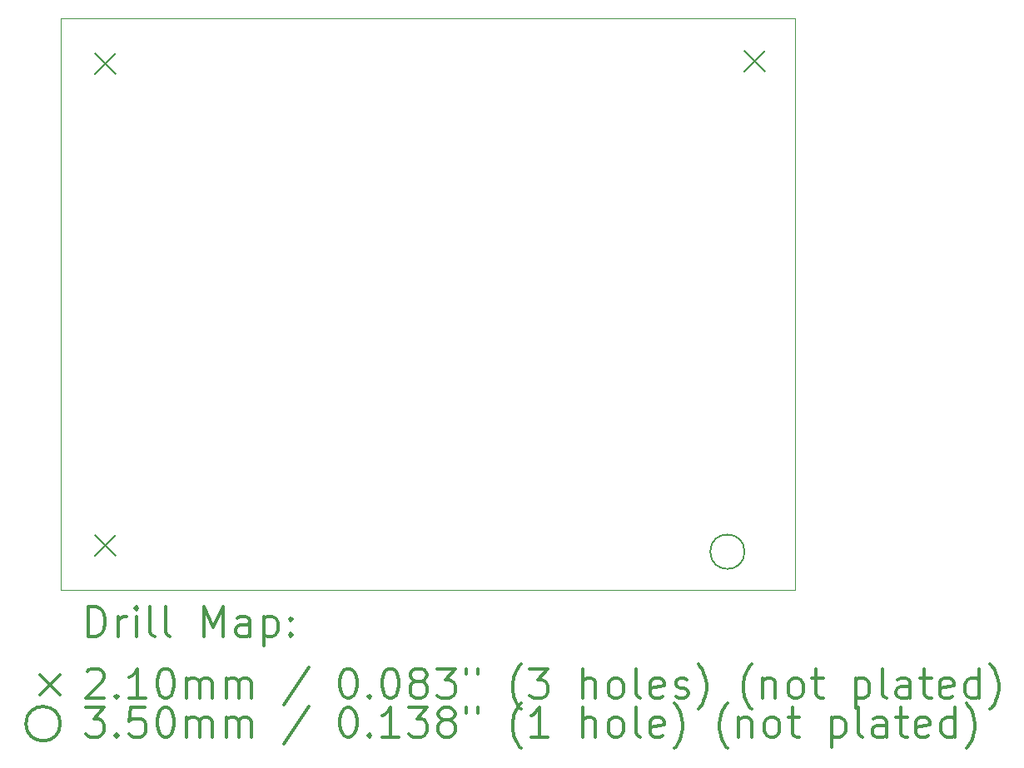
<source format=gbr>
%FSLAX45Y45*%
G04 Gerber Fmt 4.5, Leading zero omitted, Abs format (unit mm)*
G04 Created by KiCad (PCBNEW (5.1.5)-3) date 2021-02-01 00:00:24*
%MOMM*%
%LPD*%
G04 APERTURE LIST*
%TA.AperFunction,Profile*%
%ADD10C,0.050000*%
%TD*%
%ADD11C,0.200000*%
%ADD12C,0.300000*%
G04 APERTURE END LIST*
D10*
X8839200Y-5588000D02*
X8839200Y-11404600D01*
X16306800Y-5588000D02*
X8839200Y-5588000D01*
X16306800Y-11404600D02*
X16306800Y-5588000D01*
X8839200Y-11404600D02*
X16306800Y-11404600D01*
D11*
X15795400Y-5914800D02*
X16005400Y-6124800D01*
X16005400Y-5914800D02*
X15795400Y-6124800D01*
X9191400Y-10842400D02*
X9401400Y-11052400D01*
X9401400Y-10842400D02*
X9191400Y-11052400D01*
X9191400Y-5940200D02*
X9401400Y-6150200D01*
X9401400Y-5940200D02*
X9191400Y-6150200D01*
X15796000Y-11013200D02*
G75*
G03X15796000Y-11013200I-175000J0D01*
G01*
D12*
X9123128Y-11872814D02*
X9123128Y-11572814D01*
X9194557Y-11572814D01*
X9237414Y-11587100D01*
X9265986Y-11615671D01*
X9280271Y-11644243D01*
X9294557Y-11701386D01*
X9294557Y-11744243D01*
X9280271Y-11801386D01*
X9265986Y-11829957D01*
X9237414Y-11858529D01*
X9194557Y-11872814D01*
X9123128Y-11872814D01*
X9423128Y-11872814D02*
X9423128Y-11672814D01*
X9423128Y-11729957D02*
X9437414Y-11701386D01*
X9451700Y-11687100D01*
X9480271Y-11672814D01*
X9508843Y-11672814D01*
X9608843Y-11872814D02*
X9608843Y-11672814D01*
X9608843Y-11572814D02*
X9594557Y-11587100D01*
X9608843Y-11601386D01*
X9623128Y-11587100D01*
X9608843Y-11572814D01*
X9608843Y-11601386D01*
X9794557Y-11872814D02*
X9765986Y-11858529D01*
X9751700Y-11829957D01*
X9751700Y-11572814D01*
X9951700Y-11872814D02*
X9923128Y-11858529D01*
X9908843Y-11829957D01*
X9908843Y-11572814D01*
X10294557Y-11872814D02*
X10294557Y-11572814D01*
X10394557Y-11787100D01*
X10494557Y-11572814D01*
X10494557Y-11872814D01*
X10765986Y-11872814D02*
X10765986Y-11715671D01*
X10751700Y-11687100D01*
X10723128Y-11672814D01*
X10665986Y-11672814D01*
X10637414Y-11687100D01*
X10765986Y-11858529D02*
X10737414Y-11872814D01*
X10665986Y-11872814D01*
X10637414Y-11858529D01*
X10623128Y-11829957D01*
X10623128Y-11801386D01*
X10637414Y-11772814D01*
X10665986Y-11758529D01*
X10737414Y-11758529D01*
X10765986Y-11744243D01*
X10908843Y-11672814D02*
X10908843Y-11972814D01*
X10908843Y-11687100D02*
X10937414Y-11672814D01*
X10994557Y-11672814D01*
X11023128Y-11687100D01*
X11037414Y-11701386D01*
X11051700Y-11729957D01*
X11051700Y-11815671D01*
X11037414Y-11844243D01*
X11023128Y-11858529D01*
X10994557Y-11872814D01*
X10937414Y-11872814D01*
X10908843Y-11858529D01*
X11180271Y-11844243D02*
X11194557Y-11858529D01*
X11180271Y-11872814D01*
X11165986Y-11858529D01*
X11180271Y-11844243D01*
X11180271Y-11872814D01*
X11180271Y-11687100D02*
X11194557Y-11701386D01*
X11180271Y-11715671D01*
X11165986Y-11701386D01*
X11180271Y-11687100D01*
X11180271Y-11715671D01*
X8626700Y-12262100D02*
X8836700Y-12472100D01*
X8836700Y-12262100D02*
X8626700Y-12472100D01*
X9108843Y-12231386D02*
X9123128Y-12217100D01*
X9151700Y-12202814D01*
X9223128Y-12202814D01*
X9251700Y-12217100D01*
X9265986Y-12231386D01*
X9280271Y-12259957D01*
X9280271Y-12288529D01*
X9265986Y-12331386D01*
X9094557Y-12502814D01*
X9280271Y-12502814D01*
X9408843Y-12474243D02*
X9423128Y-12488529D01*
X9408843Y-12502814D01*
X9394557Y-12488529D01*
X9408843Y-12474243D01*
X9408843Y-12502814D01*
X9708843Y-12502814D02*
X9537414Y-12502814D01*
X9623128Y-12502814D02*
X9623128Y-12202814D01*
X9594557Y-12245671D01*
X9565986Y-12274243D01*
X9537414Y-12288529D01*
X9894557Y-12202814D02*
X9923128Y-12202814D01*
X9951700Y-12217100D01*
X9965986Y-12231386D01*
X9980271Y-12259957D01*
X9994557Y-12317100D01*
X9994557Y-12388529D01*
X9980271Y-12445671D01*
X9965986Y-12474243D01*
X9951700Y-12488529D01*
X9923128Y-12502814D01*
X9894557Y-12502814D01*
X9865986Y-12488529D01*
X9851700Y-12474243D01*
X9837414Y-12445671D01*
X9823128Y-12388529D01*
X9823128Y-12317100D01*
X9837414Y-12259957D01*
X9851700Y-12231386D01*
X9865986Y-12217100D01*
X9894557Y-12202814D01*
X10123128Y-12502814D02*
X10123128Y-12302814D01*
X10123128Y-12331386D02*
X10137414Y-12317100D01*
X10165986Y-12302814D01*
X10208843Y-12302814D01*
X10237414Y-12317100D01*
X10251700Y-12345671D01*
X10251700Y-12502814D01*
X10251700Y-12345671D02*
X10265986Y-12317100D01*
X10294557Y-12302814D01*
X10337414Y-12302814D01*
X10365986Y-12317100D01*
X10380271Y-12345671D01*
X10380271Y-12502814D01*
X10523128Y-12502814D02*
X10523128Y-12302814D01*
X10523128Y-12331386D02*
X10537414Y-12317100D01*
X10565986Y-12302814D01*
X10608843Y-12302814D01*
X10637414Y-12317100D01*
X10651700Y-12345671D01*
X10651700Y-12502814D01*
X10651700Y-12345671D02*
X10665986Y-12317100D01*
X10694557Y-12302814D01*
X10737414Y-12302814D01*
X10765986Y-12317100D01*
X10780271Y-12345671D01*
X10780271Y-12502814D01*
X11365986Y-12188529D02*
X11108843Y-12574243D01*
X11751700Y-12202814D02*
X11780271Y-12202814D01*
X11808843Y-12217100D01*
X11823128Y-12231386D01*
X11837414Y-12259957D01*
X11851700Y-12317100D01*
X11851700Y-12388529D01*
X11837414Y-12445671D01*
X11823128Y-12474243D01*
X11808843Y-12488529D01*
X11780271Y-12502814D01*
X11751700Y-12502814D01*
X11723128Y-12488529D01*
X11708843Y-12474243D01*
X11694557Y-12445671D01*
X11680271Y-12388529D01*
X11680271Y-12317100D01*
X11694557Y-12259957D01*
X11708843Y-12231386D01*
X11723128Y-12217100D01*
X11751700Y-12202814D01*
X11980271Y-12474243D02*
X11994557Y-12488529D01*
X11980271Y-12502814D01*
X11965986Y-12488529D01*
X11980271Y-12474243D01*
X11980271Y-12502814D01*
X12180271Y-12202814D02*
X12208843Y-12202814D01*
X12237414Y-12217100D01*
X12251700Y-12231386D01*
X12265986Y-12259957D01*
X12280271Y-12317100D01*
X12280271Y-12388529D01*
X12265986Y-12445671D01*
X12251700Y-12474243D01*
X12237414Y-12488529D01*
X12208843Y-12502814D01*
X12180271Y-12502814D01*
X12151700Y-12488529D01*
X12137414Y-12474243D01*
X12123128Y-12445671D01*
X12108843Y-12388529D01*
X12108843Y-12317100D01*
X12123128Y-12259957D01*
X12137414Y-12231386D01*
X12151700Y-12217100D01*
X12180271Y-12202814D01*
X12451700Y-12331386D02*
X12423128Y-12317100D01*
X12408843Y-12302814D01*
X12394557Y-12274243D01*
X12394557Y-12259957D01*
X12408843Y-12231386D01*
X12423128Y-12217100D01*
X12451700Y-12202814D01*
X12508843Y-12202814D01*
X12537414Y-12217100D01*
X12551700Y-12231386D01*
X12565986Y-12259957D01*
X12565986Y-12274243D01*
X12551700Y-12302814D01*
X12537414Y-12317100D01*
X12508843Y-12331386D01*
X12451700Y-12331386D01*
X12423128Y-12345671D01*
X12408843Y-12359957D01*
X12394557Y-12388529D01*
X12394557Y-12445671D01*
X12408843Y-12474243D01*
X12423128Y-12488529D01*
X12451700Y-12502814D01*
X12508843Y-12502814D01*
X12537414Y-12488529D01*
X12551700Y-12474243D01*
X12565986Y-12445671D01*
X12565986Y-12388529D01*
X12551700Y-12359957D01*
X12537414Y-12345671D01*
X12508843Y-12331386D01*
X12665986Y-12202814D02*
X12851700Y-12202814D01*
X12751700Y-12317100D01*
X12794557Y-12317100D01*
X12823128Y-12331386D01*
X12837414Y-12345671D01*
X12851700Y-12374243D01*
X12851700Y-12445671D01*
X12837414Y-12474243D01*
X12823128Y-12488529D01*
X12794557Y-12502814D01*
X12708843Y-12502814D01*
X12680271Y-12488529D01*
X12665986Y-12474243D01*
X12965986Y-12202814D02*
X12965986Y-12259957D01*
X13080271Y-12202814D02*
X13080271Y-12259957D01*
X13523128Y-12617100D02*
X13508843Y-12602814D01*
X13480271Y-12559957D01*
X13465986Y-12531386D01*
X13451700Y-12488529D01*
X13437414Y-12417100D01*
X13437414Y-12359957D01*
X13451700Y-12288529D01*
X13465986Y-12245671D01*
X13480271Y-12217100D01*
X13508843Y-12174243D01*
X13523128Y-12159957D01*
X13608843Y-12202814D02*
X13794557Y-12202814D01*
X13694557Y-12317100D01*
X13737414Y-12317100D01*
X13765986Y-12331386D01*
X13780271Y-12345671D01*
X13794557Y-12374243D01*
X13794557Y-12445671D01*
X13780271Y-12474243D01*
X13765986Y-12488529D01*
X13737414Y-12502814D01*
X13651700Y-12502814D01*
X13623128Y-12488529D01*
X13608843Y-12474243D01*
X14151700Y-12502814D02*
X14151700Y-12202814D01*
X14280271Y-12502814D02*
X14280271Y-12345671D01*
X14265986Y-12317100D01*
X14237414Y-12302814D01*
X14194557Y-12302814D01*
X14165986Y-12317100D01*
X14151700Y-12331386D01*
X14465986Y-12502814D02*
X14437414Y-12488529D01*
X14423128Y-12474243D01*
X14408843Y-12445671D01*
X14408843Y-12359957D01*
X14423128Y-12331386D01*
X14437414Y-12317100D01*
X14465986Y-12302814D01*
X14508843Y-12302814D01*
X14537414Y-12317100D01*
X14551700Y-12331386D01*
X14565986Y-12359957D01*
X14565986Y-12445671D01*
X14551700Y-12474243D01*
X14537414Y-12488529D01*
X14508843Y-12502814D01*
X14465986Y-12502814D01*
X14737414Y-12502814D02*
X14708843Y-12488529D01*
X14694557Y-12459957D01*
X14694557Y-12202814D01*
X14965986Y-12488529D02*
X14937414Y-12502814D01*
X14880271Y-12502814D01*
X14851700Y-12488529D01*
X14837414Y-12459957D01*
X14837414Y-12345671D01*
X14851700Y-12317100D01*
X14880271Y-12302814D01*
X14937414Y-12302814D01*
X14965986Y-12317100D01*
X14980271Y-12345671D01*
X14980271Y-12374243D01*
X14837414Y-12402814D01*
X15094557Y-12488529D02*
X15123128Y-12502814D01*
X15180271Y-12502814D01*
X15208843Y-12488529D01*
X15223128Y-12459957D01*
X15223128Y-12445671D01*
X15208843Y-12417100D01*
X15180271Y-12402814D01*
X15137414Y-12402814D01*
X15108843Y-12388529D01*
X15094557Y-12359957D01*
X15094557Y-12345671D01*
X15108843Y-12317100D01*
X15137414Y-12302814D01*
X15180271Y-12302814D01*
X15208843Y-12317100D01*
X15323128Y-12617100D02*
X15337414Y-12602814D01*
X15365986Y-12559957D01*
X15380271Y-12531386D01*
X15394557Y-12488529D01*
X15408843Y-12417100D01*
X15408843Y-12359957D01*
X15394557Y-12288529D01*
X15380271Y-12245671D01*
X15365986Y-12217100D01*
X15337414Y-12174243D01*
X15323128Y-12159957D01*
X15865986Y-12617100D02*
X15851700Y-12602814D01*
X15823128Y-12559957D01*
X15808843Y-12531386D01*
X15794557Y-12488529D01*
X15780271Y-12417100D01*
X15780271Y-12359957D01*
X15794557Y-12288529D01*
X15808843Y-12245671D01*
X15823128Y-12217100D01*
X15851700Y-12174243D01*
X15865986Y-12159957D01*
X15980271Y-12302814D02*
X15980271Y-12502814D01*
X15980271Y-12331386D02*
X15994557Y-12317100D01*
X16023128Y-12302814D01*
X16065986Y-12302814D01*
X16094557Y-12317100D01*
X16108843Y-12345671D01*
X16108843Y-12502814D01*
X16294557Y-12502814D02*
X16265986Y-12488529D01*
X16251700Y-12474243D01*
X16237414Y-12445671D01*
X16237414Y-12359957D01*
X16251700Y-12331386D01*
X16265986Y-12317100D01*
X16294557Y-12302814D01*
X16337414Y-12302814D01*
X16365986Y-12317100D01*
X16380271Y-12331386D01*
X16394557Y-12359957D01*
X16394557Y-12445671D01*
X16380271Y-12474243D01*
X16365986Y-12488529D01*
X16337414Y-12502814D01*
X16294557Y-12502814D01*
X16480271Y-12302814D02*
X16594557Y-12302814D01*
X16523128Y-12202814D02*
X16523128Y-12459957D01*
X16537414Y-12488529D01*
X16565986Y-12502814D01*
X16594557Y-12502814D01*
X16923128Y-12302814D02*
X16923128Y-12602814D01*
X16923128Y-12317100D02*
X16951700Y-12302814D01*
X17008843Y-12302814D01*
X17037414Y-12317100D01*
X17051700Y-12331386D01*
X17065986Y-12359957D01*
X17065986Y-12445671D01*
X17051700Y-12474243D01*
X17037414Y-12488529D01*
X17008843Y-12502814D01*
X16951700Y-12502814D01*
X16923128Y-12488529D01*
X17237414Y-12502814D02*
X17208843Y-12488529D01*
X17194557Y-12459957D01*
X17194557Y-12202814D01*
X17480271Y-12502814D02*
X17480271Y-12345671D01*
X17465986Y-12317100D01*
X17437414Y-12302814D01*
X17380271Y-12302814D01*
X17351700Y-12317100D01*
X17480271Y-12488529D02*
X17451700Y-12502814D01*
X17380271Y-12502814D01*
X17351700Y-12488529D01*
X17337414Y-12459957D01*
X17337414Y-12431386D01*
X17351700Y-12402814D01*
X17380271Y-12388529D01*
X17451700Y-12388529D01*
X17480271Y-12374243D01*
X17580271Y-12302814D02*
X17694557Y-12302814D01*
X17623128Y-12202814D02*
X17623128Y-12459957D01*
X17637414Y-12488529D01*
X17665986Y-12502814D01*
X17694557Y-12502814D01*
X17908843Y-12488529D02*
X17880271Y-12502814D01*
X17823128Y-12502814D01*
X17794557Y-12488529D01*
X17780271Y-12459957D01*
X17780271Y-12345671D01*
X17794557Y-12317100D01*
X17823128Y-12302814D01*
X17880271Y-12302814D01*
X17908843Y-12317100D01*
X17923128Y-12345671D01*
X17923128Y-12374243D01*
X17780271Y-12402814D01*
X18180271Y-12502814D02*
X18180271Y-12202814D01*
X18180271Y-12488529D02*
X18151700Y-12502814D01*
X18094557Y-12502814D01*
X18065986Y-12488529D01*
X18051700Y-12474243D01*
X18037414Y-12445671D01*
X18037414Y-12359957D01*
X18051700Y-12331386D01*
X18065986Y-12317100D01*
X18094557Y-12302814D01*
X18151700Y-12302814D01*
X18180271Y-12317100D01*
X18294557Y-12617100D02*
X18308843Y-12602814D01*
X18337414Y-12559957D01*
X18351700Y-12531386D01*
X18365986Y-12488529D01*
X18380271Y-12417100D01*
X18380271Y-12359957D01*
X18365986Y-12288529D01*
X18351700Y-12245671D01*
X18337414Y-12217100D01*
X18308843Y-12174243D01*
X18294557Y-12159957D01*
X8836700Y-12763100D02*
G75*
G03X8836700Y-12763100I-175000J0D01*
G01*
X9094557Y-12598814D02*
X9280271Y-12598814D01*
X9180271Y-12713100D01*
X9223128Y-12713100D01*
X9251700Y-12727386D01*
X9265986Y-12741671D01*
X9280271Y-12770243D01*
X9280271Y-12841671D01*
X9265986Y-12870243D01*
X9251700Y-12884529D01*
X9223128Y-12898814D01*
X9137414Y-12898814D01*
X9108843Y-12884529D01*
X9094557Y-12870243D01*
X9408843Y-12870243D02*
X9423128Y-12884529D01*
X9408843Y-12898814D01*
X9394557Y-12884529D01*
X9408843Y-12870243D01*
X9408843Y-12898814D01*
X9694557Y-12598814D02*
X9551700Y-12598814D01*
X9537414Y-12741671D01*
X9551700Y-12727386D01*
X9580271Y-12713100D01*
X9651700Y-12713100D01*
X9680271Y-12727386D01*
X9694557Y-12741671D01*
X9708843Y-12770243D01*
X9708843Y-12841671D01*
X9694557Y-12870243D01*
X9680271Y-12884529D01*
X9651700Y-12898814D01*
X9580271Y-12898814D01*
X9551700Y-12884529D01*
X9537414Y-12870243D01*
X9894557Y-12598814D02*
X9923128Y-12598814D01*
X9951700Y-12613100D01*
X9965986Y-12627386D01*
X9980271Y-12655957D01*
X9994557Y-12713100D01*
X9994557Y-12784529D01*
X9980271Y-12841671D01*
X9965986Y-12870243D01*
X9951700Y-12884529D01*
X9923128Y-12898814D01*
X9894557Y-12898814D01*
X9865986Y-12884529D01*
X9851700Y-12870243D01*
X9837414Y-12841671D01*
X9823128Y-12784529D01*
X9823128Y-12713100D01*
X9837414Y-12655957D01*
X9851700Y-12627386D01*
X9865986Y-12613100D01*
X9894557Y-12598814D01*
X10123128Y-12898814D02*
X10123128Y-12698814D01*
X10123128Y-12727386D02*
X10137414Y-12713100D01*
X10165986Y-12698814D01*
X10208843Y-12698814D01*
X10237414Y-12713100D01*
X10251700Y-12741671D01*
X10251700Y-12898814D01*
X10251700Y-12741671D02*
X10265986Y-12713100D01*
X10294557Y-12698814D01*
X10337414Y-12698814D01*
X10365986Y-12713100D01*
X10380271Y-12741671D01*
X10380271Y-12898814D01*
X10523128Y-12898814D02*
X10523128Y-12698814D01*
X10523128Y-12727386D02*
X10537414Y-12713100D01*
X10565986Y-12698814D01*
X10608843Y-12698814D01*
X10637414Y-12713100D01*
X10651700Y-12741671D01*
X10651700Y-12898814D01*
X10651700Y-12741671D02*
X10665986Y-12713100D01*
X10694557Y-12698814D01*
X10737414Y-12698814D01*
X10765986Y-12713100D01*
X10780271Y-12741671D01*
X10780271Y-12898814D01*
X11365986Y-12584529D02*
X11108843Y-12970243D01*
X11751700Y-12598814D02*
X11780271Y-12598814D01*
X11808843Y-12613100D01*
X11823128Y-12627386D01*
X11837414Y-12655957D01*
X11851700Y-12713100D01*
X11851700Y-12784529D01*
X11837414Y-12841671D01*
X11823128Y-12870243D01*
X11808843Y-12884529D01*
X11780271Y-12898814D01*
X11751700Y-12898814D01*
X11723128Y-12884529D01*
X11708843Y-12870243D01*
X11694557Y-12841671D01*
X11680271Y-12784529D01*
X11680271Y-12713100D01*
X11694557Y-12655957D01*
X11708843Y-12627386D01*
X11723128Y-12613100D01*
X11751700Y-12598814D01*
X11980271Y-12870243D02*
X11994557Y-12884529D01*
X11980271Y-12898814D01*
X11965986Y-12884529D01*
X11980271Y-12870243D01*
X11980271Y-12898814D01*
X12280271Y-12898814D02*
X12108843Y-12898814D01*
X12194557Y-12898814D02*
X12194557Y-12598814D01*
X12165986Y-12641671D01*
X12137414Y-12670243D01*
X12108843Y-12684529D01*
X12380271Y-12598814D02*
X12565986Y-12598814D01*
X12465986Y-12713100D01*
X12508843Y-12713100D01*
X12537414Y-12727386D01*
X12551700Y-12741671D01*
X12565986Y-12770243D01*
X12565986Y-12841671D01*
X12551700Y-12870243D01*
X12537414Y-12884529D01*
X12508843Y-12898814D01*
X12423128Y-12898814D01*
X12394557Y-12884529D01*
X12380271Y-12870243D01*
X12737414Y-12727386D02*
X12708843Y-12713100D01*
X12694557Y-12698814D01*
X12680271Y-12670243D01*
X12680271Y-12655957D01*
X12694557Y-12627386D01*
X12708843Y-12613100D01*
X12737414Y-12598814D01*
X12794557Y-12598814D01*
X12823128Y-12613100D01*
X12837414Y-12627386D01*
X12851700Y-12655957D01*
X12851700Y-12670243D01*
X12837414Y-12698814D01*
X12823128Y-12713100D01*
X12794557Y-12727386D01*
X12737414Y-12727386D01*
X12708843Y-12741671D01*
X12694557Y-12755957D01*
X12680271Y-12784529D01*
X12680271Y-12841671D01*
X12694557Y-12870243D01*
X12708843Y-12884529D01*
X12737414Y-12898814D01*
X12794557Y-12898814D01*
X12823128Y-12884529D01*
X12837414Y-12870243D01*
X12851700Y-12841671D01*
X12851700Y-12784529D01*
X12837414Y-12755957D01*
X12823128Y-12741671D01*
X12794557Y-12727386D01*
X12965986Y-12598814D02*
X12965986Y-12655957D01*
X13080271Y-12598814D02*
X13080271Y-12655957D01*
X13523128Y-13013100D02*
X13508843Y-12998814D01*
X13480271Y-12955957D01*
X13465986Y-12927386D01*
X13451700Y-12884529D01*
X13437414Y-12813100D01*
X13437414Y-12755957D01*
X13451700Y-12684529D01*
X13465986Y-12641671D01*
X13480271Y-12613100D01*
X13508843Y-12570243D01*
X13523128Y-12555957D01*
X13794557Y-12898814D02*
X13623128Y-12898814D01*
X13708843Y-12898814D02*
X13708843Y-12598814D01*
X13680271Y-12641671D01*
X13651700Y-12670243D01*
X13623128Y-12684529D01*
X14151700Y-12898814D02*
X14151700Y-12598814D01*
X14280271Y-12898814D02*
X14280271Y-12741671D01*
X14265986Y-12713100D01*
X14237414Y-12698814D01*
X14194557Y-12698814D01*
X14165986Y-12713100D01*
X14151700Y-12727386D01*
X14465986Y-12898814D02*
X14437414Y-12884529D01*
X14423128Y-12870243D01*
X14408843Y-12841671D01*
X14408843Y-12755957D01*
X14423128Y-12727386D01*
X14437414Y-12713100D01*
X14465986Y-12698814D01*
X14508843Y-12698814D01*
X14537414Y-12713100D01*
X14551700Y-12727386D01*
X14565986Y-12755957D01*
X14565986Y-12841671D01*
X14551700Y-12870243D01*
X14537414Y-12884529D01*
X14508843Y-12898814D01*
X14465986Y-12898814D01*
X14737414Y-12898814D02*
X14708843Y-12884529D01*
X14694557Y-12855957D01*
X14694557Y-12598814D01*
X14965986Y-12884529D02*
X14937414Y-12898814D01*
X14880271Y-12898814D01*
X14851700Y-12884529D01*
X14837414Y-12855957D01*
X14837414Y-12741671D01*
X14851700Y-12713100D01*
X14880271Y-12698814D01*
X14937414Y-12698814D01*
X14965986Y-12713100D01*
X14980271Y-12741671D01*
X14980271Y-12770243D01*
X14837414Y-12798814D01*
X15080271Y-13013100D02*
X15094557Y-12998814D01*
X15123128Y-12955957D01*
X15137414Y-12927386D01*
X15151700Y-12884529D01*
X15165986Y-12813100D01*
X15165986Y-12755957D01*
X15151700Y-12684529D01*
X15137414Y-12641671D01*
X15123128Y-12613100D01*
X15094557Y-12570243D01*
X15080271Y-12555957D01*
X15623128Y-13013100D02*
X15608843Y-12998814D01*
X15580271Y-12955957D01*
X15565986Y-12927386D01*
X15551700Y-12884529D01*
X15537414Y-12813100D01*
X15537414Y-12755957D01*
X15551700Y-12684529D01*
X15565986Y-12641671D01*
X15580271Y-12613100D01*
X15608843Y-12570243D01*
X15623128Y-12555957D01*
X15737414Y-12698814D02*
X15737414Y-12898814D01*
X15737414Y-12727386D02*
X15751700Y-12713100D01*
X15780271Y-12698814D01*
X15823128Y-12698814D01*
X15851700Y-12713100D01*
X15865986Y-12741671D01*
X15865986Y-12898814D01*
X16051700Y-12898814D02*
X16023128Y-12884529D01*
X16008843Y-12870243D01*
X15994557Y-12841671D01*
X15994557Y-12755957D01*
X16008843Y-12727386D01*
X16023128Y-12713100D01*
X16051700Y-12698814D01*
X16094557Y-12698814D01*
X16123128Y-12713100D01*
X16137414Y-12727386D01*
X16151700Y-12755957D01*
X16151700Y-12841671D01*
X16137414Y-12870243D01*
X16123128Y-12884529D01*
X16094557Y-12898814D01*
X16051700Y-12898814D01*
X16237414Y-12698814D02*
X16351700Y-12698814D01*
X16280271Y-12598814D02*
X16280271Y-12855957D01*
X16294557Y-12884529D01*
X16323128Y-12898814D01*
X16351700Y-12898814D01*
X16680271Y-12698814D02*
X16680271Y-12998814D01*
X16680271Y-12713100D02*
X16708843Y-12698814D01*
X16765986Y-12698814D01*
X16794557Y-12713100D01*
X16808843Y-12727386D01*
X16823128Y-12755957D01*
X16823128Y-12841671D01*
X16808843Y-12870243D01*
X16794557Y-12884529D01*
X16765986Y-12898814D01*
X16708843Y-12898814D01*
X16680271Y-12884529D01*
X16994557Y-12898814D02*
X16965986Y-12884529D01*
X16951700Y-12855957D01*
X16951700Y-12598814D01*
X17237414Y-12898814D02*
X17237414Y-12741671D01*
X17223128Y-12713100D01*
X17194557Y-12698814D01*
X17137414Y-12698814D01*
X17108843Y-12713100D01*
X17237414Y-12884529D02*
X17208843Y-12898814D01*
X17137414Y-12898814D01*
X17108843Y-12884529D01*
X17094557Y-12855957D01*
X17094557Y-12827386D01*
X17108843Y-12798814D01*
X17137414Y-12784529D01*
X17208843Y-12784529D01*
X17237414Y-12770243D01*
X17337414Y-12698814D02*
X17451700Y-12698814D01*
X17380271Y-12598814D02*
X17380271Y-12855957D01*
X17394557Y-12884529D01*
X17423128Y-12898814D01*
X17451700Y-12898814D01*
X17665986Y-12884529D02*
X17637414Y-12898814D01*
X17580271Y-12898814D01*
X17551700Y-12884529D01*
X17537414Y-12855957D01*
X17537414Y-12741671D01*
X17551700Y-12713100D01*
X17580271Y-12698814D01*
X17637414Y-12698814D01*
X17665986Y-12713100D01*
X17680271Y-12741671D01*
X17680271Y-12770243D01*
X17537414Y-12798814D01*
X17937414Y-12898814D02*
X17937414Y-12598814D01*
X17937414Y-12884529D02*
X17908843Y-12898814D01*
X17851700Y-12898814D01*
X17823128Y-12884529D01*
X17808843Y-12870243D01*
X17794557Y-12841671D01*
X17794557Y-12755957D01*
X17808843Y-12727386D01*
X17823128Y-12713100D01*
X17851700Y-12698814D01*
X17908843Y-12698814D01*
X17937414Y-12713100D01*
X18051700Y-13013100D02*
X18065986Y-12998814D01*
X18094557Y-12955957D01*
X18108843Y-12927386D01*
X18123128Y-12884529D01*
X18137414Y-12813100D01*
X18137414Y-12755957D01*
X18123128Y-12684529D01*
X18108843Y-12641671D01*
X18094557Y-12613100D01*
X18065986Y-12570243D01*
X18051700Y-12555957D01*
M02*

</source>
